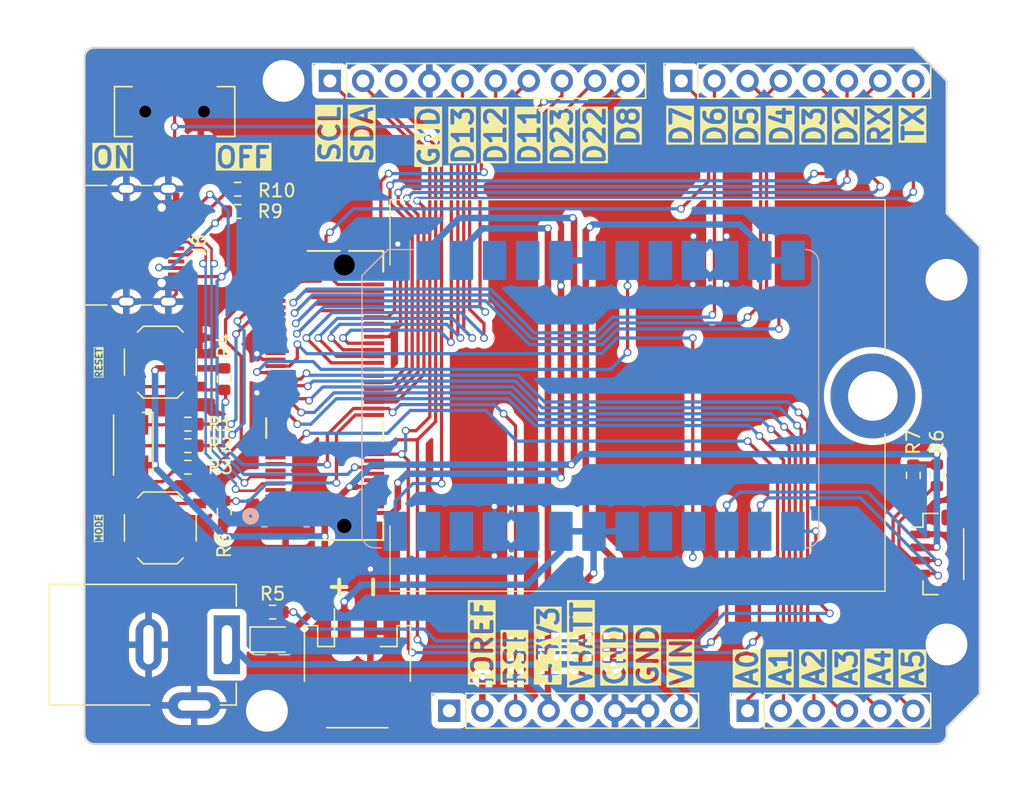
<source format=kicad_pcb>
(kicad_pcb (version 20240108) (generator "pcbnew") (generator_version "8.0")
  (title_block (date "mar. 31 mars 2015"))
  (layers (0 "F.Cu" signal) (31 "B.Cu" signal) (34 "B.Paste" user) (35 "F.Paste" user) (36 "B.SilkS" user "B.Silkscreen") (37 "F.SilkS" user "F.Silkscreen") (38 "B.Mask" user) (39 "F.Mask" user) (44 "Edge.Cuts" user))
  (net 0 "")
  (net 1 "GND")
  (net 3 "~{RESET}")
  (net 4 "+3V3_AUX")
  (net 5 "D23")
  (net 6 "SCK{slash}D13")
  (net 7 "MISO{slash}D11")
  (net 9 "D22")
  (net 10 "CS{slash}D8")
  (net 11 "MOSI{slash}D12")
  (net 12 "A5")
  (net 13 "A2")
  (net 14 "A3")
  (net 15 "A4")
  (net 16 "A0")
  (net 17 "A1")
  (net 18 "SERIAL1_TX")
  (net 19 "D3{slash}SERIAL1_RTS")
  (net 20 "D2{slash}SERIAL1_CTS")
  (net 21 "D6")
  (net 22 "D5")
  (net 23 "D4")
  (net 24 "D7")
  (net 25 "SERIAL1_RX")
  (net 26 "+3V3")
  (net 27 "Net-(D2-K)")
  (net 28 "~{MODE}")
  (net 30 "VIN")
  (net 31 "SDA")
  (net 33 "SCL")
  (net 34 "Net-(U1-RED)")
  (net 35 "Net-(U1-GREEN)")
  (net 36 "Net-(U1-BLUE)")
  (net 37 "EN_AUX")
  (net 38 "Net-(U2-CHG)")
  (net 41 "+3V9")
  (net 42 "~{FUEL_INT}")
  (net 43 "VUSB")
  (net 49 "USB_D_P")
  (net 51 "USB_D_N")
  (net 62 "VBATT")
  (net 64 "Net-(J8-CC1)")
  (net 65 "Net-(J8-CC2)")
  (net 69 "SYS_PWR_EN")
  (net 76 "LED_G")
  (net 77 "LED_R")
  (net 78 "LED_B")
  (footprint "Connector_PinSocket_2.54mm:PinSocket_1x08_P2.54mm_Vertical" (layer "F.Cu") (at 127.94 97.46 90)
    (property "Reference" "J1" (hide yes))
    (property "Value" "1x08")
  )
  (footprint "Connector_PinSocket_2.54mm:PinSocket_1x06_P2.54mm_Vertical" (layer "F.Cu") (at 150.8 97.46 90)
    (property "Reference" "J3" (hide yes))
    (property "Value" "1x06")
  )
  (footprint "Connector_PinSocket_2.54mm:PinSocket_1x10_P2.54mm_Vertical" (layer "F.Cu") (at 118.796 49.2 90)
    (property "Reference" "J2" (hide yes))
    (property "Value" "1x10")
  )
  (footprint "Connector_PinSocket_2.54mm:PinSocket_1x08_P2.54mm_Vertical" (layer "F.Cu") (at 145.72 49.2 90)
    (property "Reference" "J4" (hide yes))
    (property "Value" "1x08")
  )
  (footprint "Resistor_SMD:R_0603_1608Metric" (layer "F.Cu") (at 110.7 72.05 90)
    (property "Reference" "R4")
    (property "Value" "10k" (hide yes))
  )
  (footprint "Resistor_SMD:R_0603_1608Metric" (layer "F.Cu") (at 107.905 75.5 180)
    (property "Reference" "R1")
    (property "Value" "1k" (hide yes))
  )
  (footprint "Somduino_Footprints:SW_Push_1P1T_XKB_TS-1187A" (layer "F.Cu") (at 105.8 83.45)
    (property "Reference" "SW1" (hide yes))
    (property "Value" "SW_Push" (hide yes))
  )
  (footprint "Resistor_SMD:R_0603_1608Metric" (layer "F.Cu") (at 114.4 89.9 180)
    (property "Reference" "R5")
    (property "Value" "1k" (hide yes))
  )
  (footprint "Connector_JST:JST_PH_S2B-PH-SM4-TB_1x02-1MP_P2.00mm_Horizontal" (layer "F.Cu") (at 120.9 94.25)
    (property "Reference" "J6" (hide yes))
    (property "Value" "Conn_01x02" (hide yes))
  )
  (footprint "Somduino_Footprints:LED_RGB_Wuerth-PLCC4_3.2x2.8mm_150141M173100" (layer "F.Cu") (at 103.73 77.1 -90)
    (property "Reference" "D1" (hide yes))
    (property "Value" "LED_RGB" (hide yes))
  )
  (footprint "Arduino_MountingHole:MountingHole_3.2mm" (layer "F.Cu") (at 115.24 49.2)
    (property "Reference" "MH1" (hide yes))
    (property "Value" "MountingHole_3.2mm" (hide yes))
  )
  (footprint "Somduino_Footprints:DC-005-A200" (layer "F.Cu") (at 97.4 92.4)
    (property "Reference" "J5" (hide yes))
    (property "Value" "Barrel_Jack_Switch" (hide yes))
  )
  (footprint "Resistor_SMD:R_0603_1608Metric" (layer "F.Cu") (at 110.7 82.2 -90)
    (property "Reference" "R8")
    (property "Value" "10k" (hide yes))
  )
  (footprint "Somduino_Footprints:SoM_M2_Connector" (layer "F.Cu") (at 118.4 73.3 -90)
    (property "Reference" "U1" (hide yes))
    (property "Value" "BSoM404" (hide yes))
  )
  (footprint "Resistor_SMD:R_0603_1608Metric" (layer "F.Cu") (at 111.725 57.5)
    (property "Reference" "R10")
    (property "Value" "5.1k" (hide yes))
  )
  (footprint "Resistor_SMD:R_0603_1608Metric" (layer "F.Cu") (at 107.905 77.15 180)
    (property "Reference" "R2")
    (property "Value" "1k" (hide yes))
  )
  (footprint "Somduino_Footprints:G-Swtich_SW_DPDT" (layer "F.Cu") (at 106.9 51.55 180)
    (property "Reference" "SW3" (hide yes))
    (property "Value" "G_Switch_DPDT" (hide yes))
  )
  (footprint "Somduino_Footprints:SoM_SMD_ThreadedStandoff" (layer "F.Cu") (at 160.4 73.34)
    (property "Reference" "H1" (hide yes))
    (property "Value" "MountingHole_Pad" (hide yes))
  )
  (footprint "Resistor_SMD:R_0603_1608Metric" (layer "F.Cu") (at 165.3 79.425 90)
    (property "Reference" "R6")
    (property "Value" "4.7k" (hide yes))
  )
  (footprint "Resistor_SMD:R_0603_1608Metric" (layer "F.Cu") (at 111.725 59.2)
    (property "Reference" "R9")
    (property "Value" "5.1k" (hide yes))
  )
  (footprint "Somduino_Footprints:SW_Push_1P1T_XKB_TS-1187A" (layer "F.Cu") (at 105.8 70.75 180)
    (property "Reference" "SW2" (hide yes))
    (property "Value" "SW_Push" (hide yes))
  )
  (footprint "Arduino_MountingHole:MountingHole_3.2mm" (layer "F.Cu") (at 113.97 97.46)
    (property "Reference" "MH2" (hide yes))
    (property "Value" "MountingHole_3.2mm" (hide yes))
  )
  (footprint "Somduino_Footprints:USB_C_Receptacle_G-Switch_GT-USB-7010i" (layer "F.Cu") (at 103.295 61.79 -90)
    (property "Reference" "J8")
    (property "Value" "USB_C_Receptacle_USB2.0_16P" (hide yes))
  )
  (footprint "Arduino_MountingHole:MountingHole_3.2mm" (layer "F.Cu") (at 166.04 64.44)
    (property "Reference" "MH3" (hide yes))
    (property "Value" "MountingHole_3.2mm" (hide yes))
  )
  (footprint "LED_SMD:LED_0805_2012Metric" (layer "F.Cu") (at 114.3625 92)
    (property "Reference" "D2" (hide yes))
    (property "Value" "LED" (hide yes))
  )
  (footprint "Arduino_MountingHole:MountingHole_3.2mm" (layer "F.Cu") (at 166.04 92.38)
    (property "Reference" "MH4" (hide yes))
    (property "Value" "MountingHole_3.2mm" (hide yes))
  )
  (footprint "Resistor_SMD:R_0603_1608Metric" (layer "F.Cu") (at 107.905 78.8 180)
    (property "Reference" "R3")
    (property "Value" "1k" (hide yes))
  )
  (footprint "Resistor_SMD:R_0603_1608Metric" (layer "F.Cu") (at 163.5 79.425 90)
    (property "Reference" "R7")
    (property "Value" "4.7k" (hide yes))
  )
  (footprint "Connector_JST:JST_SH_BM04B-SRSS-TB_1x04-1MP_P1.00mm_Vertical" (layer "F.Cu") (at 165.35 85.45 -90)
    (property "Reference" "J7" (hide yes))
    (property "Value" "Conn_01x04" (hide yes))
  )
  (footprint "Somduino_Footprints:ParticlePowerModuleSMD" (layer "B.Cu") (at 126.33279 63.17 -90)
    (property "Reference" "U2" (hide yes))
    (property "Value" "PM-BAT")
  )
  (gr_line (start 166.04 59.36) (end 168.58 61.9) (stroke (width 0.15)) (layer "Edge.Cuts"))
  (gr_line (start 100 99.238) (end 100 47.422) (stroke (width 0.15)) (layer "Edge.Cuts"))
  (gr_line (start 168.58 61.9) (end 168.58 96.19) (stroke (width 0.15)) (layer "Edge.Cuts"))
  (gr_line (start 165.278 100) (end 100.762 100) (stroke (width 0.15)) (layer "Edge.Cuts"))
  (gr_line (start 100.762 46.66) (end 163.5 46.66) (stroke (width 0.15)) (layer "Edge.Cuts"))
  (gr_arc (start 100.762 100) (mid 100.223185 99.776815) (end 100 99.238) (stroke (width 0.15)) (layer "Edge.Cuts"))
  (gr_line (start 168.58 96.19) (end 166.04 98.73) (stroke (width 0.15)) (layer "Edge.Cuts"))
  (gr_line (start 163.5 46.66) (end 166.04 49.2) (stroke (width 0.15)) (layer "Edge.Cuts"))
  (gr_arc (start 166.04 99.238) (mid 165.816815 99.776815) (end 165.278 100) (stroke (width 0.15)) (layer "Edge.Cuts"))
  (gr_line (start 166.04 49.2) (end 166.04 59.36) (stroke (width 0.15)) (layer "Edge.Cuts"))
  (gr_line (start 166.04 98.73) (end 166.04 99.238) (stroke (width 0.15)) (layer "Edge.Cuts"))
  (gr_arc (start 100 47.422) (mid 100.223185 46.883185) (end 100.762 46.66) (stroke (width 0.15)) (layer "Edge.Cuts"))
  (gr_text "SCL" (at 118.796 51 90) (layer "F.SilkS" knockout) (effects (font (size 1.5 1.5) (thickness 0.3) (bold yes)) (justify right)))
  (gr_text "GND" (at 140.64 95.7 90) (layer "F.SilkS" knockout) (effects (font (size 1.5 1.5) (thickness 0.3) (bold yes)) (justify left)))
  (gr_text "A4" (at 160.96 95.7 90) (layer "F.SilkS" knockout) (effects (font (size 1.5 1.5) (thickness 0.3) (bold yes)) (justify left)))
  (gr_text "D22" (at 139.104 51 90) (layer "F.SilkS" knockout) (effects (font (size 1.5 1.5) (thickness 0.3) (bold yes)) (justify right)))
  (gr_text "TX" (at 163.5 51 90) (layer "F.SilkS" knockout) (effects (font (size 1.5 1.5) (thickness 0.3) (bold yes)) (justify right)))
  (gr_text "MODE" (at 101.1 83.5 90) (layer "F.SilkS" knockout) (effects (font (size 0.5 0.5) (thickness 0.125) (bold yes))))
  (gr_text "A2" (at 155.88 95.7 90) (layer "F.SilkS" knockout) (effects (font (size 1.5 1.5) (thickness 0.3) (bold yes)) (justify left)))
  (gr_text "D4" (at 153.4 51 90) (layer "F.SilkS" knockout) (effects (font (size 1.5 1.5) (thickness 0.3) (bold yes)) (justify right)))
  (gr_text "A0" (at 150.8 95.7 90) (layer "F.SilkS" knockout) (effects (font (size 1.5 1.5) (thickness 0.3) (bold yes)) (justify left)))
  (gr_text "-" (at 122 89.1 90) (layer "F.SilkS") (effects (font (size 1.5 1.5) (thickness 0.3) (bold yes)) (justify left)))
  (gr_text "GND" (at 143.18 95.7 90) (layer "F.SilkS" knockout) (effects (font (size 1.5 1.5) (thickness 0.3) (bold yes)) (justify left)))
  (gr_text "D6" (at 148.3 51 90) (layer "F.SilkS" knockout) (effects (font (size 1.5 1.5) (thickness 0.3) (bold yes)) (justify right)))
  (gr_text "RESET" (at 101.1 70.8 90) (layer "F.SilkS" knockout) (effects (font (size 0.5 0.5) (thickness 0.125) (bold yes))))
  (gr_text "IOREF" (at 130.5 95.7 90) (layer "F.SilkS" knockout) (effects (font (size 1.5 1.5) (thickness 0.3) (bold yes)) (justify left)))
  (gr_text "D2" (at 158.4 51 90) (layer "F.SilkS" knockout) (effects (font (size 1.5 1.5) (thickness 0.3) (bold yes)) (justify right)))
  (gr_text "OFF" (at 109.88 55.08 0) (layer "F.SilkS" knockout) (effects (font (size 1.5 1.5) (thickness 0.3) (bold yes)) (justify left)))
  (gr_text "+" (at 119.4 89.1 90) (layer "F.SilkS") (effects (font (size 1.5 1.5) (thickness 0.3) (bold yes)) (justify left)))
  (gr_text "D13" (at 129 51 90) (layer "F.SilkS" knockout) (effects (font (size 1.5 1.5) (thickness 0.3) (bold yes)) (justify right)))
  (gr_text "RST" (at 133 95.7 90) (layer "F.SilkS" knockout) (effects (font (size 1.5 1.5) (thickness 0.3) (bold yes)) (justify left)))
  (gr_text "A3" (at 158.42 95.7 90) (layer "F.SilkS" knockout) (effects (font (size 1.5 1.5) (thickness 0.3) (bold yes)) (justify left)))
  (gr_text "A5" (at 163.5 95.7 90) (layer "F.SilkS" knockout) (effects (font (size 1.5 1.5) (thickness 0.3) (bold yes)) (justify left)))
  (gr_text "+3V3" (at 135.56 95.7 90) (layer "F.SilkS" knockout) (effects (font (size 1.5 1.5) (thickness 0.3) (bold yes)) (justify left)))
  (gr_text "D3" (at 155.9 51 90) (layer "F.SilkS" knockout) (effects (font (size 1.5 1.5) (thickness 0.3) (bold yes)) (justify right)))
  (gr_text "VIN" (at 145.72 95.7 90) (layer "F.SilkS" knockout) (effects (font (size 1.5 1.5) (thickness 0.3) (bold yes)) (justify left)))
  (gr_text "D11" (at 134.1 51 90) (layer "F.SilkS" knockout) (effects (font (size 1.5 1.5) (thickness 0.3) (bold yes)) (justify right)))
  (gr_text "VBATT" (at 138.1 95.7 90) (layer "F.SilkS" knockout) (effects (font (size 1.5 1.5) (thickness 0.3) (bold yes)) (justify left)))
  (gr_text "D8" (at 141.704 51 90) (layer "F.SilkS" knockout) (effects (font (size 1.5 1.5) (thickness 0.3) (bold yes)) (justify right)))
  (gr_text "A1" (at 153.34 95.7 90) (layer "F.SilkS" knockout) (effects (font (size 1.5 1.5) (thickness 0.3) (bold yes)) (justify left)))
  (gr_text "D12" (at 131.5 51 90) (layer "F.SilkS" knockout) (effects (font (size 1.5 1.5) (thickness 0.3) (bold yes)) (justify right)))
  (gr_text "D5" (at 150.8 51 90) (layer "F.SilkS" knockout) (effects (font (size 1.5 1.5) (thickness 0.3) (bold yes)) (justify right)))
  (gr_text "D23" (at 136.6 51 90) (layer "F.SilkS" knockout) (effects (font (size 1.5 1.5) (thickness 0.3) (bold yes)) (justify right)))
  (gr_text "GND" (at 126.4 51 90) (layer "F.SilkS" knockout) (effects (font (size 1.5 1.5) (thickness 0.3) (bold yes)) (justify right)))
  (gr_text "ON" (at 103.96 55.08 0) (layer "F.SilkS" knockout) (effects (font (size 1.5 1.5) (thickness 0.3) (bold yes)) (justify right)))
  (gr_text "SDA" (at 121.3 51 90) (layer "F.SilkS" knockout) (effects (font (size 1.5 1.5) (thickness 0.3) (bold yes)) (justify right)))
  (gr_text "D7" (at 145.7 51 90) (layer "F.SilkS" knockout) (effects (font (size 1.5 1.5) (thickness 0.3) (bold yes)) (justify right)))
  (gr_text "RX" (at 160.9 51 90) (layer "F.SilkS" knockout) (effects (font (size 1.5 1.5) (thickness 0.3) (bold yes)) (justify right)))
  (segment (start 124.2 61.9) (end 124 61.7) (width 0.25) (layer "F.Cu") (net 1))
  (segment (start 124.2 64.7) (end 124.2 64.45) (width 0.25) (layer "F.Cu") (net 1))
  (segment (start 113.65 70.55) (end 113.2 70.1) (width 0.25) (layer "F.Cu") (net 1))
  (segment (start 124.2 67.9) (end 124.2 64.7) (width 0.25) (layer "F.Cu") (net 1))
  (segment (start 107.02 58.07) (end 106.42 57.47) (width 0.25) (layer "F.Cu") (net 1))
  (segment (start 114.6247 73.05) (end 113.25 73.05) (width 0.25) (layer "F.Cu") (net 1))
  (segment (start 107.02 64.99) (end 107.02 65.51) (width 0.25) (layer "F.Cu") (net 1))
  (segment (start 114.6247 80.55) (end 114.6247 82.549999) (width 0.25) (layer "F.Cu") (net 1))
  (segment (start 114.6247 70.55) (end 113.65 70.55) (width 0.25) (layer "F.Cu") (net 1))
  (segment (start 123.3 68.8) (end 124.2 67.9) (width 0.25) (layer "F.Cu") (net 1))
  (segment (start 124.2 64.7) (end 124.2 61.9) (width 0.25) (layer "F.Cu") (net 1))
  (segment (start 121.9 91.4) (end 121.9 86.6) (width 0.5) (layer "F.Cu") (net 1))
  (segment (start 113.25 73.05) (end 113.2 73.1) (width 0.25) (layer "F.Cu") (net 1))
  (segment (start 122.174702 68.8) (end 123.3 68.8) (width 0.25) (layer "F.Cu") (net 1))
  (segment (start 107.02 65.51) (end 106.42 66.11) (width 0.25) (layer "F.Cu") (net 1))
  (segment (start 107.02 58.59) (end 107.02 58.07) (width 0.25) (layer "F.Cu") (net 1))
  (via (at 149.19279 61.1) (size 0.6) (drill 0.4) (layers "F.Cu" "B.Cu") (net 1))
  (via (at 146.6 64.8) (size 0.6) (drill 0.4) (layers "F.Cu" "B.Cu") (net 1))
  (via (at 121.9 86.6) (size 0.6) (drill 0.4) (layers "F.Cu" "B.Cu") (net 1))
  (via (at 131.4 81.8) (size 0.6) (drill 0.4) (layers "F.Cu" "B.Cu") (net 1))
  (via (at 149.2 64.8) (size 0.6) (drill 0.4) (layers "F.Cu" "B.Cu") (net 1))
  (via (at 146.65279 61.1) (size 0.6) (drill 0.4) (layers "F.Cu" "B.Cu") (net 1))
  (via (at 113.2 70.1) (size 0.6) (drill 0.4) (layers "F.Cu" "B.Cu") (net 1))
  (via (at 113.2 73.1) (size 0.6) (drill 0.4) (layers "F.Cu" "B.Cu") (net 1))
  (via (at 131.4 85.6) (size 0.6) (drill 0.4) (layers "F.Cu" "B.Cu") (net 1))
  (via (at 124 61.7) (size 0.6) (drill 0.4) (layers "F.Cu" "B.Cu") (net 1))
  (segment (start 146.65279 62.95) (end 146.65279 64.74721) (width 0.25) (layer "B.Cu") (net 1))
  (segment (start 149.19279 62.95) (end 149.19279 64.79279) (width 0.25) (layer "B.Cu") (net 1))
  (segment (start 131.41279 81.81279) (end 131.41279 83.71) (width 0.25) (layer "B.Cu") (net 1))
  (segment (start 146.65279 64.74721) (end 146.6 64.8) (width 0.25) (layer "B.Cu") (net 1))
  (segment (start 146.65279 61.1) (end 146.65279 62.95) (width 0.25) (layer "B.Cu") (net 1))
  (segment (start 131.4 81.8) (end 131.41279 81.81279) (width 0.25) (layer "B.Cu") (net 1))
  (segment (start 149.19279 64.79279) (end 149.2 64.8) (width 0.25) (layer "B.Cu") (net 1))
  (segment (start 131.4 85.6) (end 131.41279 85.58721) (width 0.25) (layer "B.Cu") (net 1))
  (segment (start 131.41279 85.58721) (end 131.41279 83.71) (width 0.25) (layer "B.Cu") (net 1))
  (segment (start 149.19279 61.1) (end 149.19279 62.95) (width 0.25) (layer "B.Cu") (net 1))
  (segment (start 110.7 72.875) (end 109.05 72.875) (width 0.25) (layer "F.Cu") (net 3))
  (segment (start 109.05 72.875) (end 108.8 72.625) (width 0.25) (layer "F.Cu") (net 3))
  (segment (start 133.02 75.62) (end 132.1 74.7) (width 0.25) (layer "F.Cu") (net 3))
  (segment (start 123.3 74.3) (end 122.174702 74.3) (width 0.25) (layer "F.Cu") (net 3))
  (segment (start 118.6 76.3) (end 118.6 78.6) (width 0.25) (layer "F.Cu") (net 3))
  (segment (start 133.02 97.46) (end 133.02 75.62) (width 0.25) (layer "F.Cu") (net 3))
  (segment (start 110.8 73.8) (end 110.8 72.975) (width 0.25) (layer "F.Cu") (net 3))
  (segment (start 102.8 72.625) (end 108.8 72.625) (width 0.25) (layer "F.Cu") (net 3))
  (segment (start 120.6 74.3) (end 118.6 76.3) (width 0.25) (layer "F.Cu") (net 3))
  (segment (start 122.174702 74.3) (end 120.6 74.3) (width 0.25) (layer "F.Cu") (net 3))
  (segment (start 123.6 74.6) (end 123.3 74.3) (width 0.25) (layer "F.Cu") (net 3))
  (segment (start 110.8 72.975) (end 110.7 72.875) (width 0.25) (layer "F.Cu") (net 3))
  (via (at 132.1 74.7) (size 0.6) (drill 0.4) (layers "F.Cu" "B.Cu") (net 3))
  (via (at 118.6 78.6) (size 0.6) (drill 0.4) (layers "F.Cu" "B.Cu") (net 3))
  (via (at 123.6 74.6) (size 0.6) (drill 0.4) (layers "F.Cu" "B.Cu") (net 3))
  (via (at 110.8 73.8) (size 0.6) (drill 0.4) (layers "F.Cu" "B.Cu") (net 3))
  (segment (start 112.1 78.6) (end 118.6 78.6) (width 0.25) (layer "B.Cu") (net 3))
  (segment (start 110.8 73.8) (end 110.600001 73.999999) (width 0.25) (layer "B.Cu") (net 3))
  (segment (start 131.4 74) (end 132.1 74.7) (width 0.25) (layer "B.Cu") (net 3))
  (segment (start 124.2 74) (end 131.4 74) (width 0.25) (layer "B.Cu") (net 3))
  (segment (start 110.600001 77.100001) (end 112.1 78.6) (width 0.25) (layer "B.Cu") (net 3))
  (segment (start 123.6 74.6) (end 124.2 74) (width 0.25) (layer "B.Cu") (net 3))
  (segment (start 110.600001 73.999999) (end 110.600001 77.100001) (width 0.25) (layer "B.Cu") (net 3))
  (segment (start 135.56 97.46) (end 135.5 97.4) (width 0.5) (layer "F.Cu") (net 4))
  (segment (start 130.48 97.46) (end 130.48 94.92) (width 0.5) (layer "F.Cu") (net 4))
  (segment (start 135.5 97.4) (end 135.5 60.5) (width 0.5) (layer "F.Cu") (net 4))
  (segment (start 130.48 94.92) (end 130.5 94.9) (width 0.5) (layer "F.Cu") (net 4))
  (via (at 130.5 94.9) (size 0.6) (drill 0.4) (layers "F.Cu" "B.Cu") (net 4))
  (via (at 135.5 60.5) (size 0.6) (drill 0.4) (layers "F.Cu" "B.Cu") (net 4))
  (segment (start 128.87279 62.12721) (end 128.87279 62.95) (width 0.5) (layer "B.Cu") (net 4))
  (segment (start 135.5 60.5) (end 130.5 60.5) (width 0.5) (layer "B.Cu") (net 4))
  (segment (start 135.56 97.46) (end 135.56 96.56) (width 0.5) (layer "B.Cu") (net 4))
  (segment (start 135.56 96.56) (end 133.9 94.9) (width 0.5) (layer "B.Cu") (net 4))
  (segment (start 128.87279 62.95) (end 128.87279 63.87279) (width 0.5) (layer "B.Cu") (net 4))
  (segment (start 133.9 94.9) (end 130.5 94.9) (width 0.5) (layer "B.Cu") (net 4))
  (segment (start 130.5 60.5) (end 128.87279 62.12721) (width 0.5) (layer "B.Cu") (net 4))
  (segment (start 132.072594 52.436198) (end 134.463802 52.436198) (width 0.25) (layer "F.Cu") (net 5))
  (segment (start 134.463802 52.436198) (end 136.576 50.324) (width 0.25) (layer "F.Cu") (net 5))
  (segment (start 129.95 58) (end 129.95 54.558792) (width 0.25) (layer "F.Cu") (net 5))
  (segment (start 116.264277 68.575795) (end 118.040073 66.799999) (width 0.25) (layer "F.Cu") (net 5))
  (segment (start 130.3 58.35) (end 129.95 58) (width 0.25) (layer "F.Cu") (net 5))
  (segment (start 130.3 66.5) (end 130.3 58.35) (width 0.25) (layer "F.Cu") (net 5))
  (segment (start 129.95 54.558792) (end 132.072594 52.436198) (width 0.25) (layer "F.Cu") (net 5))
  (segment (start 130.7 66.9) (end 130.3 66.5) (width 0.25) (layer "F.Cu") (net 5))
  (segment (start 136.576 50.324) (end 136.576 49.2) (width 0.25) (layer "F.Cu") (net 5))
  (segment (start 118.040073 66.799999) (end 122.174702 66.799999) (width 0.25) (layer "F.Cu") (net 5))
  (via (at 130.7 66.9) (size 0.6) (drill 0.4) (layers "F.Cu" "B.Cu") (net 5))
  (via (at 116.264277 68.575795) (size 0.6) (drill 0.4) (layers "F.Cu" "B.Cu") (net 5))
  (segment (start 130.3 66.5) (end 130.7 66.9) (width 0.25) (layer "B.Cu") (net 5))
  (segment (start 116.264277 68.575795) (end 118.340072 66.5) (width 0.25) (layer "B.Cu") (net 5))
  (segment (start 118.340072 66.5) (end 130.3 66.5) (width 0.25) (layer "B.Cu") (net 5))
  (segment (start 122.174702 69.299999) (end 120.199999 69.299999) (width 0.25) (layer "F.Cu") (net 6))
  (segment (start 120.199999 69.299999) (end 119.8 68.9) (width 0.25) (layer "F.Cu") (net 6))
  (segment (start 128.068988 69.225) (end 128.1 69.193988) (width 0.25) (layer "F.Cu") (net 6))
  (segment (start 128.1 53.863208) (end 128.956 53.007208) (width 0.25) (layer "F.Cu") (net 6))
  (segment (start 128.1 69.193988) (end 128.1 53.863208) (width 0.25) (layer "F.Cu") (net 6))
  (segment (start 128.956 53.007208) (end 128.956 49.2) (width 0.25) (layer "F.Cu") (net 6))
  (via (at 119.8 68.9) (size 0.6) (drill 0.4) (layers "F.Cu" "B.Cu") (net 6))
  (via (at 128.068988 69.225) (size 0.6) (drill 0.4) (layers "F.Cu" "B.Cu") (net 6))
  (segment (start 128.068988 69.225) (end 127.143988 68.3) (width 0.25) (layer "B.Cu") (net 6))
  (segment (start 120.4 68.3) (end 119.8 68.9) (width 0.25) (layer "B.Cu") (net 6))
  (segment (start 127.143988 68.3) (end 120.4 68.3) (width 0.25) (layer "B.Cu") (net 6))
  (segment (start 119.3 70.3) (end 117.9 68.9) (width 0.25) (layer "F.Cu") (net 7))
  (segment (start 129.05 54.186) (end 134.036 49.2) (width 0.25) (layer "F.Cu") (net 7))
  (segment (start 122.174702 70.3) (end 119.3 70.3) (width 0.25) (layer "F.Cu") (net 7))
  (segment (start 129.7 68.9) (end 129.05 68.25) (width 0.25) (layer "F.Cu") (net 7))
  (segment (start 129.05 68.25) (end 129.05 54.186) (width 0.25) (layer "F.Cu") (net 7))
  (via (at 129.7 68.9) (size 0.6) (drill 0.4) (layers "F.Cu" "B.Cu") (net 7))
  (via (at 117.9 68.9) (size 0.6) (drill 0.4) (layers "F.Cu" "B.Cu") (net 7))
  (segment (start 119.363604 67.4) (end 117.9 68.863604) (width 0.25) (layer "B.Cu") (net 7))
  (segment (start 128.2 67.4) (end 119.363604 67.4) (width 0.25) (layer "B.Cu") (net 7))
  (segment (start 117.9 68.863604) (end 117.9 68.9) (width 0.25) (layer "B.Cu") (net 7))
  (segment (start 129.7 68.9) (end 128.2 67.4) (width 0.25) (layer "B.Cu") (net 7))
  (segment (start 130.4 54.745188) (end 132.25899 52.886198) (width 0.25) (layer "F.Cu") (net 9))
  (segment (start 135.429802 52.886198) (end 139.116 49.2) (width 0.25) (layer "F.Cu") (net 9))
  (segment (start 122.7 61.8) (end 122.7 56.9) (width 0.25) (layer "F.Cu") (net 9))
  (segment (start 123.75 66.801801) (end 123.75 62.85) (width 0.25) (layer "F.Cu") (net 9))
  (segment (start 130.4 54.745188) (end 130.4 56) (width 0.25) (layer "F.Cu") (net 9))
  (segment (start 132.25899 52.886198) (end 135.429802 52.886198) (width 0.25) (layer "F.Cu") (net 9))
  (segment (start 123.75 62.85) (end 122.7 61.8) (width 0.25) (layer "F.Cu") (net 9))
  (segment (start 122.7 56.9) (end 123.3 56.3) (width 0.25) (layer "F.Cu") (net 9))
  (segment (start 122.174702 67.300001) (end 123.2518 67.300001) (width 0.25) (layer "F.Cu") (net 9))
  (segment (start 130.4 56) (end 130.6 56.2) (width 0.25) (layer "F.Cu") (net 9))
  (segment (start 123.2518 67.300001) (end 123.75 66.801801) (width 0.25) (layer "F.Cu") (net 9))
  (via (at 130.6 56.2) (size 0.6) (drill 0.4) (layers "F.Cu" "B.Cu") (net 9))
  (via (at 123.3 56.3) (size 0.6) (drill 0.4) (layers "F.Cu" "B.Cu") (net 9))
  (segment (start 130.5 56.3) (end 130.6 56.2) (width 0.25) (layer "B.Cu") (net 9))
  (segment (start 123.3 56.3) (end 130.5 56.3) (width 0.25) (layer "B.Cu") (net 9))
  (segment (start 130.6 67.8) (end 130.6 68.9) (width 0.25) (layer "F.Cu") (net 10))
  (segment (start 129.5 54.372396) (end 129.5 66.7) (width 0.25) (layer "F.Cu") (net 10))
  (segment (start 122.174702 70.799999) (end 118.899999 70.799999) (width 0.25) (layer "F.Cu") (net 10))
  (segment (start 129.5 66.7) (end 130.6 67.8) (width 0.25) (layer "F.Cu") (net 10))
  (segment (start 118.899999 70.799999) (end 117 68.9) (width 0.25) (layer "F.Cu") (net 10))
  (segment (start 135.2 50.8) (end 134.013802 51.986198) (width 0.25) (layer "F.Cu") (net 10))
  (segment (start 131.886198 51.986198) (end 129.5 54.372396) (width 0.25) (layer "F.Cu") (net 10))
  (segment (start 134.013802 51.986198) (end 131.886198 51.986198) (width 0.25) (layer "F.Cu") (net 10))
  (via (at 130.6 68.9) (size 0.6) (drill 0.4) (layers "F.Cu" "B.Cu") (net 10))
  (via (at 135.2 50.8) (size 0.6) (drill 0.4) (layers "F.Cu" "B.Cu") (net 10))
  (via (at 117 68.9) (size 0.6) (drill 0.4) (layers "F.Cu" "B.Cu") (net 10))
  (segment (start 128.85 66.95) (end 118.95 66.95) (width 0.25) (layer "B.Cu") (net 10))
  (segment (start 130.6 68.9) (end 130.6 68.7) (width 0.25) (layer "B.Cu") (net 10))
  (segment (start 135.2 50.8) (end 140.056 50.8) (width 0.25) (layer "B.Cu") (net 10))
  (segment (start 140.056 50.8) (end 141.656 49.2) (width 0.25) (layer "B.Cu") (net 10))
  (segment (start 130.6 68.7) (end 128.85 66.95) (width 0.25) (layer "B.Cu") (net 10))
  (segment (start 118.95 66.95) (end 117 68.9) (width 0.25) (layer "B.Cu") (net 10))
  (segment (start 131.496 51.103604) (end 131.496 49.2) (width 0.25) (layer "F.Cu") (net 11))
  (segment (start 128.8 68.9) (end 128.6 68.7) (width 0.25) (layer "F.Cu") (net 11))
  (segment (start 119.800001 69.800001) (end 118.9 68.9) (width 0.25) (layer "F.Cu") (net 11))
  (segment (start 122.174702 69.800001) (end 119.800001 69.800001) (width 0.25) (layer "F.Cu") (net 11))
  (segment (start 128.6 53.999604) (end 131.496 51.103604) (width 0.25) (layer "F.Cu") (net 11))
  (segment (start 128.6 68.7) (end 128.6 53.999604) (width 0.25) (layer "F.Cu") (net 11))
  (via (at 118.9 68.9) (size 0.6) (drill 0.4) (layers "F.Cu" "B.Cu") (net 11))
  (via (at 128.8 68.9) (size 0.6) (drill 0.4) (layers "F.Cu" "B.Cu") (net 11))
  (segment (start 128.8 68.9) (end 127.75 67.85) (width 0.25) (layer "B.Cu") (net 11))
  (segment (start 127.75 67.85) (end 119.55 67.85) (width 0.25) (layer "B.Cu") (net 11))
  (segment (start 118.9 68.5) (end 118.9 68.9) (width 0.25) (layer "B.Cu") (net 11))
  (segment (start 119.55 67.85) (end 118.9 68.5) (width 0.25) (layer "B.Cu") (net 11))
  (segment (start 154.7 74.6) (end 155.4 75.3) (width 0.25) (layer "F.Cu") (net 12))
  (segment (start 155.4 75.3) (end 155.4 93.627208) (width 0.25) (layer "F.Cu") (net 12))
  (segment (start 156.722792 94.95) (end 160.99 94.95) (width 0.25) (layer "F.Cu") (net 12))
  (segment (start 160.99 94.95) (end 163.5 97.46) (width 0.25) (layer "F.Cu") (net 12))
  (segment (start 116.550001 72.049999) (end 114.6247 72.049999) (width 0.25) (layer "F.Cu") (net 12))
  (segment (start 117 71.6) (end 116.550001 72.049999) (width 0.25) (layer "F.Cu") (net 12))
  (segment (start 155.4 93.627208) (end 156.722792 94.95) (width 0.25) (layer "F.Cu") (net 12))
  (via (at 154.7 74.6) (size 0.6) (drill 0.4) (layers "F.Cu" "B.Cu") (net 12))
  (via (at 117 71.6) (size 0.6) (drill 0.4) (layers "F.Cu" "B.Cu") (net 12))
  (segment (start 153.9 73.8) (end 135.245584 73.8) (width 0.25) (layer "B.Cu") (net 12))
  (segment (start 117.15 71.75) (end 117 71.6) (width 0.25) (layer "B.Cu") (net 12))
  (segment (start 133.195584 71.75) (end 117.15 71.75) (width 0.25) (layer "B.Cu") (net 12))
  (segment (start 154.7 74.6) (end 153.9 73.8) (width 0.25) (layer "B.Cu") (net 12))
  (segment (start 135.245584 73.8) (end 133.195584 71.75) (width 0.25) (layer "B.Cu") (net 12))
  (segment (start 155.88 96.08) (end 155.88 97.46) (width 0.25) (layer "F.Cu") (net 13))
  (segment (start 114.6247 74.050001) (end 116.050001 74.050001) (width 0.25) (layer "F.Cu") (net 13))
  (segment (start 154 94.2) (end 155.88 96.08) (width 0.25) (layer "F.Cu") (net 13))
  (segment (start 116.050001 74.050001) (end 116.6 74.6) (width 0.25) (layer "F.Cu") (net 13))
  (segment (start 154 77.2) (end 154 94.2) (width 0.25) (layer "F.Cu") (net 13))
  (segment (start 152.6 75.9) (end 152.7 75.9) (width 0.25) (layer "F.Cu") (net 13))
  (segment (start 152.7 75.9) (end 154 77.2) (width 0.25) (layer "F.Cu") (net 13))
  (via (at 116.6 74.6) (size 0.6) (drill 0.4) (layers "F.Cu" "B.Cu") (net 13))
  (via (at 152.6 75.9) (size 0.6) (drill 0.4) (layers "F.Cu" "B.Cu") (net 13))
  (segment (start 117.6 74.6) (end 116.6 74.6) (width 0.25) (layer "B.Cu") (net 13))
  (segment (start 132.636396 73.1) (end 119.1 73.1) (width 0.25) (layer "B.Cu") (net 13))
  (segment (start 151.85 75.15) (end 134.686396 75.15) (width 0.25) (layer "B.Cu") (net 13))
  (segment (start 119.1 73.1) (end 117.6 74.6) (width 0.25) (layer "B.Cu") (net 13))
  (segment (start 152.6 75.9) (end 151.85 75.15) (width 0.25) (layer "B.Cu") (net 13))
  (segment (start 134.686396 75.15) (end 132.636396 73.1) (width 0.25) (layer "B.Cu") (net 13))
  (segment (start 154.45 76.55) (end 154.45 93.95) (width 0.25) (layer "F.Cu") (net 14))
  (segment (start 154.45 93.95) (end 157.96 97.46) (width 0.25) (layer "F.Cu") (net 14))
  (segment (start 117.2 73.7) (end 117.049999 73.549999) (width 0.25) (layer "F.Cu") (net 14))
  (segment (start 117.049999 73.549999) (end 114.6247 73.549999) (width 0.25) (layer "F.Cu") (net 14))
  (segment (start 157.96 97.46) (end 158.42 97.46) (width 0.25) (layer "F.Cu") (net 14))
  (segment (start 153.6 75.7) (end 154.45 76.55) (width 0.25) (layer "F.Cu") (net 14))
  (via (at 117.2 73.7) (size 0.6) (drill 0.4) (layers "F.Cu" "B.Cu") (net 14))
  (via (at 153.6 75.7) (size 0.6) (drill 0.4) (layers "F.Cu" "B.Cu") (net 14))
  (segment (start 152.6 74.7) (end 134.872792 74.7) (width 0.25) (layer "B.Cu") (net 14))
  (segment (start 153.6 75.7) (end 152.6 74.7) (width 0.25) (layer "B.Cu") (net 14))
  (segment (start 134.872792 74.7) (end 132.822792 72.65) (width 0.25) (layer "B.Cu") (net 14))
  (segment (start 132.822792 72.65) (end 118.25 72.65) (width 0.25) (layer "B.Cu") (net 14))
  (segment (start 118.25 72.65) (end 117.2 73.7) (width 0.25) (layer "B.Cu") (net 14))
  (segment (start 156.536396 95.4) (end 158.9 95.4) (width 0.25) (layer "F.Cu") (net 15))
  (segment (start 158.9 95.4) (end 160.96 97.46) (width 0.25) (layer "F.Cu") (net 15))
  (segment (start 154.9 75.9) (end 154.9 93.763604) (width 0.25) (layer "F.Cu") (net 15))
  (segment (start 117.050001 72.550001) (end 117.1 72.6) (width 0.25) (layer "F.Cu") (net 15))
  (segment (start 114.6247 72.550001) (end 117.050001 72.550001) (width 0.25) (layer "F.Cu") (net 15))
  (segment (start 154.9 93.763604) (end 156.536396 95.4) (width 0.25) (layer "F.Cu") (net 15))
  (segment (start 154.6 75.6) (end 154.9 75.9) (width 0.25) (layer "F.Cu") (net 15))
  (via (at 117.1 72.6) (size 0.6) (drill 0.4) (layers "F.Cu" "B.Cu") (net 15))
  (via (at 154.6 75.6) (size 0.6) (drill 0.4) (layers "F.Cu" "B.Cu") (net 15))
  (segment (start 117.5 72.2) (end 117.1 72.6) (width 0.25) (layer "B.Cu") (net 15))
  (segment (start 153.25 74.25) (end 135.059188 74.25) (width 0.25) (layer "B.Cu") (net 15))
  (segment (start 133.009188 72.2) (end 117.5 72.2) (width 0.25) (layer "B.Cu") (net 15))
  (segment (start 135.059188 74.25) (end 133.009188 72.2) (width 0.25) (layer "B.Cu") (net 15))
  (segment (start 154.6 75.6) (end 153.25 74.25) (width 0.25) (layer "B.Cu") (net 15))
  (segment (start 150.8 96.6) (end 150.8 97.46) (width 0.25) (layer "F.Cu") (net 16))
  (segment (start 153.1 79.1) (end 153.1 94.3) (width 0.25) (layer "F.Cu") (net 16))
  (segment (start 153.1 94.3) (end 150.8 96.6) (width 0.25) (layer "F.Cu") (net 16))
  (segment (start 150.8 76.8) (end 153.1 79.1) (width 0.25) (layer "F.Cu") (net 16))
  (segment (start 116.149999 77.050001) (end 117 76.2) (width 0.25) (layer "F.Cu") (net 16))
  (segment (start 114.6247 77.050001) (end 116.149999 77.050001) (width 0.25) (layer "F.Cu") (net 16))
  (via (at 117 76.2) (size 0.6) (drill 0.4) (layers "F.Cu" "B.Cu") (net 16))
  (via (at 150.8 76.8) (size 0.6) (drill 0.4) (layers "F.Cu" "B.Cu") (net 16))
  (segment (start 124.95 74.45) (end 130.75 74.45) (width 0.25) (layer "B.Cu") (net 16))
  (segment (start 117 76.2) (end 123.2 76.2) (width 0.25) (layer "B.Cu") (net 16))
  (segment (start 123.2 76.2) (end 124.95 74.45) (width 0.25) (layer "B.Cu") (net 16))
  (segment (start 130.75 74.45) (end 133.1 76.8) (width 0.25) (layer "B.Cu") (net 16))
  (segment (start 133.1 76.8) (end 150.8 76.8) (width 0.25) (layer "B.Cu") (net 16))
  (segment (start 153.34 97.46) (end 153.55 97.25) (width 0.25) (layer "F.Cu") (net 17))
  (segment (start 116.3 75.4) (end 115.45 74.55) (width 0.25) (layer "F.Cu") (net 17))
  (segment (start 153.55 78.25) (end 153.55 89.6) (width 0.25) (layer "F.Cu") (net 17))
  (segment (start 151.7 76.4) (end 153.55 78.25) (width 0.25) (layer "F.Cu") (net 17))
  (segment (start 116.3 75.5) (end 116.3 75.4) (width 0.25) (layer "F.Cu") (net 17))
  (segment (start 153.55 89.6) (end 153.55 89.895584) (width 0.25) (layer "F.Cu") (net 17))
  (segment (start 153.55 97.25) (end 153.55 89.6) (width 0.25) (layer "F.Cu") (net 17))
  (segment (start 115.45 74.55) (end 114.6247 74.55) (width 0.25) (layer "F.Cu") (net 17))
  (via (at 151.7 76.4) (size 0.6) (drill 0.4) (layers "F.Cu" "B.Cu") (net 17))
  (via (at 116.3 75.5) (size 0.6) (drill 0.4) (layers "F.Cu" "B.Cu") (net 17))
  (segment (start 132.45 73.55) (end 119.286396 73.55) (width 0.25) (layer "B.Cu") (net 17))
  (segment (start 151.7 76.4) (end 150.9 75.6) (width 0.25) (layer "B.Cu") (net 17))
  (segment (start 119.286396 73.55) (end 117.336396 75.5) (width 0.25) (layer "B.Cu") (net 17))
  (segment (start 117.336396 75.5) (end 116.3 75.5) (width 0.25) (layer "B.Cu") (net 17))
  (segment (start 134.5 75.6) (end 132.45 73.55) (width 0.25) (layer "B.Cu") (net 17))
  (segment (start 150.9 75.6) (end 134.5 75.6) (width 0.25) (layer "B.Cu") (net 17))
  (segment (start 122.174702 73.800001) (end 123.899999 73.800001) (width 0.25) (layer "F.Cu") (net 18))
  (segment (start 123.899999 73.800001) (end 126 71.7) (width 0.25) (layer "F.Cu") (net 18))
  (segment (start 126 58.9) (end 125.475 58.375) (width 0.25) (layer "F.Cu") (net 18))
  (segment (start 163.5 57.7) (end 163.5 49.2) (width 0.25) (layer "F.Cu") (net 18))
  (segment (start 126 71.7) (end 126 58.9) (width 0.25) (layer "F.Cu") (net 18))
  (via (at 163.5 57.7) (size 0.6) (drill 0.4) (layers "F.Cu" "B.Cu") (net 18))
  (via (at 125.475 58.375) (size 0.6) (drill 0.4) (layers "F.Cu" "B.Cu") (net 18))
  (segment (start 125.65 58.2) (end 125.475 58.375) (width 0.25) (layer "B.Cu") (net 18))
  (segment (start 163.5 57.7) (end 163 58.2) (width 0.25) (layer "B.Cu") (net 18))
  (segment (start 163 58.2) (end 125.65 58.2) (width 0.25) (layer "B.Cu") (net 18))
  (segment (start 123.4 58.572792) (end 123.4 57.2) (width 0.25) (layer "F.Cu") (net 19))
  (segment (start 122.174702 72.300001) (end 123.490811 72.300001) (width 0.25) (layer "F.Cu") (net 19))
  (segment (start 123.490811 72.300001) (end 124.65 71.140812) (width 0.25) (layer "F.Cu") (net 19))
  (segment (start 157.97 55.13) (end 157.97 51.29) (width 0.25) (layer "F.Cu") (net 19))
  (segment (start 155.9 56.3) (end 156.8 56.3) (width 0.25) (layer "F.Cu") (net 19))
  (segment (start 124.65 71.140812) (end 124.65 62.7) (width 0.25) (layer "F.Cu") (net 19))
  (segment (start 157.97 51.29) (end 155.88 49.2) (width 0.25) (layer "F.Cu") (net 19))
  (segment (start 124.65 59.822792) (end 124.013604 59.186396) (width 0.25) (layer "F.Cu") (net 19))
  (segment (start 124.65 62.7) (end 124.65 59.822792) (width 0.25) (layer "F.Cu") (net 19))
  (segment (start 124.013604 59.186396) (end 123.4 58.572792) (width 0.25) (layer "F.Cu") (net 19))
  (segment (start 156.8 56.3) (end 157.97 55.13) (width 0.25) (layer "F.Cu") (net 19))
  (via (at 155.9 56.3) (size 0.6) (drill 0.4) (layers "F.Cu" "B.Cu") (net 19))
  (via (at 123.4 57.2) (size 0.6) (drill 0.4) (layers "F.Cu" "B.Cu") (net 19))
  (segment (start 123.75 56.85) (end 125.5 56.85) (width 0.25) (layer "B.Cu") (net 19))
  (segment (start 125.5 56.85) (end 155.35 56.85) (width 0.25) (layer "B.Cu") (net 19))
  (segment (start 155.35 56.85) (end 155.9 56.3) (width 0.25) (layer "B.Cu") (net 19))
  (segment (start 123.4 57.2) (end 123.75 56.85) (width 0.25) (layer "B.Cu") (net 19))
  (segment (start 158.42 56.8) (end 158.42 49.2) (width 0.25) (layer "F.Cu") (net 20))
  (segment (start 122.174702 72.8) (end 123.627208 72.8) (width 0.25) (layer "F.Cu") (net 20))
  (segment (start 125.1 59.636396) (end 124.030223 58.566619) (width 0.25) (layer "F.Cu") (net 20))
  (segment (start 124.030223 58.566619) (end 124.030223 57.753205) (width 0.25) (layer "F.Cu") (net 20))
  (segment (start 123.627208 72.8) (end 125.1 71.327208) (width 0.25) (layer "F.Cu") (net 20))
  (segment (start 125.1 71.327208) (end 125.1 59.636396) (width 0.25) (layer "F.Cu") (net 20))
  (via (at 124.030223 57.753205) (size 0.6) (drill 0.4) (layers "F.Cu" "B.Cu") (net 20))
  (via (at 158.42 56.8) (size 0.6) (drill 0.4) (layers "F.Cu" "B.Cu") (net 20))
  (segment (start 158.42 56.8) (end 157.92 57.3) (width 0.25) (layer "B.Cu") (net 20))
  (segment (start 157.92 57.3) (end 124.483428 57.3) (width 0.25) (layer "B.Cu") (net 20))
  (segment (start 124.483428 57.3) (end 124.030223 57.753205) (width 0.25) (layer "B.Cu") (net 20))
  (segment (start 116.881166 65.3) (end 115.992246 66.18892) (width 0.25) (layer "F.Cu") (net 21))
  (segment (start 148.26 66.965) (end 148.26 49.2) (width 0.25) (layer "F.Cu") (net 21))
  (segment (start 122.174702 65.3) (end 116.881166 65.3) (width 0.25) (layer "F.Cu") (net 21))
  (segment (start 148.1 67.125) (end 148.26 66.965) (width 0.25) (layer "F.Cu") (net 21))
  (via (at 115.992246 66.18892) (size 0.6) (drill 0.4) (layers "F.Cu" "B.Cu") (net 21))
  (via (at 148.1 67.125) (size 0.6) (drill 0.4) (layers "F.Cu" "B.Cu") (net 21))
  (segment (start 148.1 67.125) (end 147.925 67.3) (width 0.25) (layer "B.Cu") (net 21))
  (segment (start 147.925 67.3) (end 140.463604 67.3) (width 0.25) (layer "B.Cu") (net 21))
  (segment (start 131.106676 65.15) (end 117.031166 65.15) (width 0.25) (layer "B.Cu") (net 21))
  (segment (start 134.456676 68.5) (end 131.106676 65.15) (width 0.25) (layer "B.Cu") (net 21))
  (segment (start 139.263604 68.5) (end 134.456676 68.5) (width 0.25) (layer "B.Cu") (net 21))
  (segment (start 140.463604 67.3) (end 139.263604 68.5) (width 0.25) (layer "B.Cu") (net 21))
  (segment (start 117.031166 65.15) (end 115.992246 66.18892) (width 0.25) (layer "B.Cu") (net 21))
  (segment (start 117.269266 65.799999) (end 116.085836 66.983429) (width 0.25) (layer "F.Cu") (net 22))
  (segment (start 151.8 66.3) (end 151.8 50.2) (width 0.25) (layer "F.Cu") (net 22))
  (segment (start 122.174702 65.799999) (end 117.269266 65.799999) (width 0.25) (layer "F.Cu") (net 22))
  (segment (start 150.8 67.3) (end 151.8 66.3) (width 0.25) (layer "F.Cu") (net 22))
  (segment (start 151.8 50.2) (end 150.8 49.2) (width 0.25) (layer "F.Cu") (net 22))
  (via (at 116.085836 66.983429) (size 0.6) (drill 0.4) (layers "F.Cu" "B.Cu") (net 22))
  (via (at 150.8 67.3) (size 0.6) (drill 0.4) (layers "F.Cu" "B.Cu") (net 22))
  (segment (start 116.085836 66.983429) (end 117.469265 65.6) (width 0.25) (layer "B.Cu") (net 22))
  (segment (start 130.92028 65.6) (end 134.27028 68.95) (width 0.25) (layer "B.Cu") (net 22))
  (segment (start 139.45 68.95) (end 140.65 67.75) (width 0.25) (layer "B.Cu") (net 22))
  (segment (start 134.27028 68.95) (end 139.45 68.95) (width 0.25) (layer "B.Cu") (net 22))
  (segment (start 117.469265 65.6) (end 130.92028 65.6) (width 0.25) (layer "B.Cu") (net 22))
  (segment (start 150.35 67.75) (end 150.8 67.3) (width 0.25) (layer "B.Cu") (net 22))
  (segment (start 140.65 67.75) (end 150.35 67.75) (width 0.25) (layer "B.Cu") (net 22))
  (segment (start 152.25 66.25) (end 152.25 50.29) (width 0.25) (layer "F.Cu") (net 23))
  (segment (start 152.25 50.29) (end 153.34 49.2) (width 0.25) (layer "F.Cu") (net 23))
  (segment (start 117.656188 66.3) (end 116.178094 67.778094) (width 0.25) (layer "F.Cu") (net 23))
  (segment (start 153.2 67.2) (end 152.25 66.25) (width 0.25) (layer "F.Cu") (net 23))
  (segment (start 122.174702 66.3) (end 117.656188 66.3) (width 0.25) (layer "F.Cu") (net 23))
  (segment (start 153.2 68.2) (end 153.2 67.2) (width 0.25) (layer "F.Cu") (net 23))
  (via (at 116.178094 67.778094) (size 0.6) (drill 0.4) (layers "F.Cu" "B.Cu") (net 23))
  (via (at 153.2 68.2) (size 0.6) (drill 0.4) (layers "F.Cu" "B.Cu") (net 23))
  (segment (start 140.863604 68.2) (end 139.663604 69.4) (width 0.25) (layer "B.Cu") (net 23))
  (segment (start 130.733884 66.05) (end 117.906188 66.05) (width 0.25) (layer "B.Cu") (net 23))
  (segment (start 117.906188 66.05) (end 116.178094 67.778094) (width 0.25) (layer "B.Cu") (net 23))
  (segment (start 139.663604 69.4) (end 134.083884 69.4) (width 0.25) (layer "B.Cu") (net 23))
  (segment (start 134.083884 69.4) (end 130.733884 66.05) (width 0.25) (layer "B.Cu") (net 23))
  (segment (start 153.2 68.2) (end 140.863604 68.2) (width 0.25) (layer "B.Cu") (net 23))
  (segment (start 145.7 59) (end 147.81 56.89) (width 0.25) (layer "F.Cu") (net 24))
  (segment (start 118.5 63.9) (end 118.5 61.1) (width 0.25) (layer "F.Cu") (net 24))
  (segment (start 122.174702 64.800001) (end 119.400001 64.800001) (width 0.25) (layer "F.Cu") (net 24))
  (segment (start 119.400001 64.800001) (end 118.5 63.9) (width 0.25) (layer "F.Cu") (net 24))
  (segment (start 118.5 61.1) (end 118.8 60.8) (width 0.25) (layer "F.Cu") (net 24))
  (segment (start 147.81 56.89) (end 147.81 51.29) (width 0.25) (layer "F.Cu") (net 24))
  (segment (start 147.81 51.29) (end 145.72 49.2) (width 0.25) (layer "F.Cu") (net 24))
  (via (at 145.7 59) (size 0.6) (drill 0.4) (layers "F.Cu" "B.Cu") (net 24))
  (via (at 118.8 60.8) (size 0.6) (drill 0.4) (layers "F.Cu" "B.Cu") (net 24))
  (segment (start 120.6 59) (end 145.7 59) (width 0.25) (layer "B.Cu") (net 24))
  (segment (start 118.8 60.8) (end 120.6 59) (width 0.25) (layer "B.Cu") (net 24))
  (segment (start 158.87 55.07) (end 158.87 51.29) (width 0.25) (layer "F.Cu") (net 25))
  (segment (start 158.87 51.29) (end 160.96 49.2) (width 0.25) (layer "F.Cu") (net 25))
  (segment (start 123.763605 73.299999) (end 125.55 71.513604) (width 0.25) (layer "F.Cu") (net 25))
  (segment (start 160.96 57.3) (end 160.96 57.16) (width 0.25) (layer "F.Cu") (net 25))
  (segment (start 124.694645 58.594645) (end 124.694645 58.198791) (width 0.25) (layer "F.Cu") (net 25))
  (segment (start 125.55 59.45) (end 124.694645 58.594645) (width 0.25) (layer "F.Cu") (net 25))
  (segment (start 160.96 57.16) (end 158.87 55.07) (width 0.25) (layer "F.Cu") (net 25))
  (segment (start 122.174702 73.299999) (end 123.763605 73.299999) (width 0.25) (layer "F.Cu") (net 25))
  (segment (start 125.55 71.513604) (end 125.55 59.45) (width 0.25) (layer "F.Cu") (net 25))
  (via (at 160.96 57.3) (size 0.6) (drill 0.4) (layers "F.Cu" "B.Cu") (net 25))
  (via (at 124.694645 58.198791) (size 0.6) (drill 0.4) (layers "F.Cu" "B.Cu") (net 25))
  (segment (start 125.143436 57.75) (end 124.694645 58.198791) (width 0.25) (layer "B.Cu") (net 25))
  (segment (start 160.96 57.3) (end 160.51 57.75) (width 0.25) (layer "B.Cu") (net 25))
  (segment (start 160.51 57.75) (end 125.143436 57.75) (width 0.25) (layer "B.Cu") (net 25))
  (segment (start 137.5 59.8) (end 137.4 59.7) (width 0.5) (layer "F.Cu") (net 26))
  (segment (start 122.174702 80.3) (end 120.8 80.3) (width 0.3) (layer "F.Cu") (net 26))
  (segment (start 115.2 92.175) (end 115.225 92.2) (width 0.25) (layer "F.Cu") (net 26))
  (segment (start 110.7 84.1) (end 110.7 83.025) (width 0.5) (layer "F.Cu") (net 26))
  (segment (start 137.3 78.6) (end 137.5 78.4) (width 0.5) (layer "F.Cu") (net 26))
  (segment (start 137.5 78.4) (end 137.5 65.7) (width 0.5) (layer "F.Cu") (net 26))
  (segment (start 137.5 65.7) (end 137.5 59.8) (width 0.5) (layer "F.Cu") (net 26))
  (segment (start 122.174702 79.8) (end 122.174702 80.3) (width 0.2) (layer "F.Cu") (net 26))
  (segment (start 120.8 80.3) (end 120.3 80.3) (width 0.5) (layer "F.Cu") (net 26))
  (segment (start 165.25 84.95) (end 165.3 84.9) (width 0.5) (layer "F.Cu") (net 26))
  (segment (start 120.3 80.3) (end 118.4 82.2) (width 0.5) (layer "F.Cu") (net 26))
  (segment (start 118.4 82.2) (end 118.4 84.1) (width 0.5) (layer "F.Cu") (net 26))
  (segment (start 105.575 71.225) (end 105.4 71.4) (width 0.5) (layer "F.Cu") (net 26))
  (segment (start 118.4 88.9) (end 118.4 84.1) (width 0.5) (layer "F.Cu") (net 26))
  (segment (start 165.3 77.8) (end 165.3 78.6) (width 0.5) (layer "F.Cu") (net 26))
  (segment (start 105.35 78.65) (end 105.4 78.6) (width 0.5) (layer "F.Cu") (net 26))
  (segment (start 164.025 84.95) (end 165.25 84.95) (width 0.5) (layer "F.Cu") (net 26))
  (segment (start 110.7 71.225) (end 105.575 71.225) (width 0.5) (layer "F.Cu") (net 26))
  (segment (start 104.43 78.65) (end 105.35 78.65) (width 0.5) (layer "F.Cu") (net 26))
  (segment (start 165.3 78.6) (end 163.5 78.6) (width 0.5) (layer "F.Cu") (net 26))
  (segment (start 115.3 92) (end 118.4 88.9) (width 0.5) (layer "F.Cu") (net 26))
  (via (at 137.4 59.7) (size 0.6) (drill 0.4) (layers "F.Cu" "B.Cu") (net 26))
  (via (at 137.3 78.6) (size 0.6) (drill 0.4) (layers "F.Cu" "B.Cu") (net 26))
  (via (at 165.3 77.8) (size 0.6) (drill 0.4) (layers "F.Cu" "B.Cu") (net 26))
  (via (at 110.7 84.1) (size 0.6) (drill 0.4) (layers "F.Cu" "B.Cu") (net 26))
  (via (at 118.4 84.1) (size 0.6) (drill 0.4) (layers "F.Cu" "B.Cu") (net 26))
  (via (at 105.4 71.4) (size 0.6) (drill 0.4) (layers "F.Cu" "B.Cu") (net 26))
  (via (at 165.3 84.9) (size 0.6) (drill 0.4) (layers "F.Cu" "B.Cu") (net 26))
  (via (at 105.4 78.6) (size 0.6) (drill 0.4) (layers "F.Cu" "B.Cu") (net 26))
  (via (at 120.3 80.3) (size 0.6) (drill 0.4) (layers "F.Cu" "B.Cu") (net 26))
  (segment (start 165.3 77.8) (end 138.1 77.8) (width 0.5) (layer "B.Cu") (net 26))
  (segment (start 122 78.6) (end 120.3 80.3) (width 0.5) (layer "B.Cu") (net 26))
  (segment (start 126.33279 62.06721) (end 126.33279 62.95) (width 0.5) (layer "B.Cu") (net 26))
  (segment (start 138.1 77.8) (end 137.3 78.6) (width 0.5) (layer "B.Cu") (net 26))
  (segment (start 128.7 59.7) (end 126.33279 62.06721) (width 0.5) (layer "B.Cu") (net 26))
  (segment (start 137.4 59.7) (end 128.7 59.7) (width 0.5) (layer "B.Cu") (net 26))
  (segment (start 105.4 78.6) (end 105.4 78.8) (width 0.5) (layer "B.Cu") (net 26))
  (segment (start 105.4 78.8) (end 110.7 84.1) (width 0.5) (layer "B.Cu") (net 26))
  (segment (start 137.3 78.6) (end 122 78.6) (width 0.5) (layer "B.Cu") (net 26))
  (segment (start 105.4 71.4) (end 105.4 78.6) (width 0.5) (layer "B.Cu") (net 26))
  (segment (start 126.33279 63.83279) (end 126.33279 62.95) (width 0.5) (layer "B.Cu") (net 26))
  (segment (start 110.7 84.1) (end 118.4 84.1) (width 0.5) (layer "B.Cu") (net 26))
  (segment (start 165.3 77.8) (end 165.3 84.9) (width 0.5) (layer "B.Cu") (net 26))
  (segment (start 113.425 92.35) (end 113.575 92.2) (width 0.25) (layer "F.Cu") (net 27))
  (segment (start 113.575 89.9) (end 113.575 91.85) (width 0.25) (layer "F.Cu") (net 27))
  (segment (start 113.575 91.85) (end 113.425 92) (width 0.25) (layer "F.Cu") (net 27))
  (segment (start 111.575 81.375) (end 111.6 81.4) (width 0.25) (layer "F.Cu") (net 28))
  (segment (start 108.8 81.575) (end 110.5 81.575) (width 0.25) (layer "F.Cu") (net 28))
  (segment (start 119.3 76.236396) (end 119.3 80) (width 0.25) (layer "F.Cu") (net 28))
  (segment (start 120.736395 74.800001) (end 119.3 76.236396) (width 0.25) (layer "F.Cu") (net 28))
  (segment (start 102.8 81.575) (end 108.8 81.575) (width 0.25) (layer "F.Cu") (net 28))
  (segment (start 122.174702 74.800001) (end 120.736395 74.800001) (width 0.25) (layer "F.Cu") (net 28))
  (segment (start 110.5 81.575) (end 110.7 81.375) (width 0.25) (layer "F.Cu") (net 28))
  (segment (start 110.7 81.375) (end 111.575 81.375) (width 0.25) (layer "F.Cu") (net 28))
  (via (at 111.6 81.4) (size 0.6) (drill 0.4) (layers "F.Cu" "B.Cu") (net 28))
  (via (at 119.3 80) (size 0.6) (drill 0.4) (layers "F.Cu" "B.Cu") (net 28))
  (segment (start 119.3 80) (end 114 80) (width 0.25) (layer "B.Cu") (net 28))
  (segment (start 112.6 81.4) (end 111.6 81.4) (width 0.25) (layer "B.Cu") (net 28))
  (segment (start 114 80) (end 112.6 81.4) (width 0.25) (layer "B.Cu") (net 28))
  (segment (start 138.4 66) (end 138.4 60.7) (width 0.5) (layer "F.Cu") (net 30))
  (segment (start 138.4 83.7) (end 140.5 85.8) (width 0.5) (layer "F.Cu") (net 30))
  (segment (start 138.4 60.7) (end 138.7 60.4) (width 0.5) (layer "F.Cu") (net 30))
  (segment (start 140.5 85.8) (end 140.5 93.9) (width 0.5) (layer "F.Cu") (net 30))
  (segment (start 138.4 66) (end 138.4 83.7) (width 0.5) (layer "F.Cu") (net 30))
  (via (at 138.7 60.4) (size 0.6) (drill 0.4) (layers "F.Cu" "B.Cu") (net 30))
  (via (at 140.5 93.9) (size 0.6) (drill 0.4) (layers "F.Cu" "B.Cu") (net 30))
  (segment (start 138.9 60.2) (end 150.2 60.2) (width 0.5) (layer "B.Cu") (net 30))
  (segment (start 154.27279 62.95) (end 151.73279 62.95) (width 0.5) (layer "B.Cu") (net 30))
  (segment (start 151.73279 62.95) (end 151.73279 64.449999) (width 0.5) (layer "B.Cu") (net 30))
  (segment (start 151.73279 61.73279) (end 151.73279 62.95) (width 0.5) (layer "B.Cu") (net 30))
  (segment (start 150.2 60.2) (end 151.73279 61.73279) (width 0.5) (layer "B.Cu") (net 30))
  (segment (start 145.72 97.46) (end 145.72 96.32) (width 0.5) (layer "B.Cu") (net 30))
  (segment (start 143.3 93.9) (end 140.5 93.9) (width 0.5) (layer "B.Cu") (net 30))
  (segment (start 138.7 60.4) (end 138.9 60.2) (width 0.5) (layer "B.Cu") (net 30))
  (segment (start 145.72 96.32) (end 143.3 93.9) (width 0.5) (layer "B.Cu") (net 30))
  (segment (start 140.5 93.9) (end 112.7 93.9) (width 0.5) (layer "B.Cu") (net 30))
  (segment (start 112.7 93.9) (end 111.2 92.4) (width 0.5) (layer "B.Cu") (net 30))
  (segment (start 149.2 91) (end 149.2 89.7) (width 0.25) (layer "F.Cu") (net 31))
  (segment (start 123.4 77.3) (end 122.174702 77.3) (width 0.25) (layer "F.Cu") (net 31))
  (segment (start 121.336 49.536) (end 126.9 55.1) (width 0.25) (layer "F.Cu") (net 31))
  (segment (start 125.5 92) (end 125.5 76.7) (width 0.25) (layer "F.Cu") (net 31))
  (segment (start 162.4 83) (end 162.4 84.9) (width 0.25) (layer "F.Cu") (net 31))
  (segment (start 165.25 85.95) (end 165.4 86.1) (width 0.25) (layer "F.Cu") (net 31))
  (segment (start 164.025 85.95) (end 165.25 85.95) (width 0.25) (layer "F.Cu") (net 31))
  (segment (start 165.3 80.25) (end 165.15 80.25) (width 0.25) (layer "F.Cu") (net 31))
  (segment (start 149.2 89.7) (end 149.2 81.7) (width 0.25) (layer "F.Cu") (net 31))
  (segment (start 126.9 75.3) (end 125.5 76.7) (width 0.25) (layer "F.Cu") (net 31))
  (segment (start 125.5 76.7) (end 124 76.7) (width 0.25) (layer "F.Cu") (net 31))
  (segment (start 165.15 80.25) (end 162.4 83) (width 0.25) (layer "F.Cu") (net 31))
  (segment (start 126.9 55.1) (end 126.9 75.3) (width 0.25) (layer "F.Cu") (net 31))
  (segment (start 124 76.7) (end 123.4 77.3) (width 0.25) (layer "F.Cu") (net 31))
  (segment (start 163.45 85.95) (end 164.025 85.95) (width 0.25) (layer "F.Cu") (net 31))
  (segment (start 121.336 49.2) (end 121.336 49.536) (width 0.25) (layer "F.Cu") (net 31))
  (segment (start 148 92.2) (end 149.2 91) (width 0.25) (layer "F.Cu") (net 31))
  (segment (start 162.4 84.9) (end 163.45 85.95) (width 0.25) (layer "F.Cu") (net 31))
  (via (at 165.4 86.1) (size 0.6) (drill 0.4) (layers "F.Cu" "B.Cu") (net 31))
  (via (at 148 92.2) (size 0.6) (drill 0.4) (layers "F.Cu" "B.Cu") (net 31))
  (via (at 125.5 92) (size 0.6) (drill 0.4) (layers "F.Cu" "B.Cu") (net 31))
  (via (at 149.2 81.7) (size 0.6) (drill 0.4) (layers "F.Cu" "B.Cu") (net 31))
  (segment (start 160 80.7) (end 150.2 80.7) (width 0.25) (layer "B.Cu") (net 31))
  (segment (start 165.4 86.1) (end 160 80.7) (width 0.25) (layer "B.Cu") (net 31))
  (segment (start 149.2 81.7) (end 149.2 83.70279) (width 0.25) (layer "B.Cu") (net 31))
  (segment (start 147.65 92.55) (end 142.6 92.55) (width 0.25) (layer "B.Cu") (net 31))
  (segment (start 147.65 92.55) (end 148 92.2) (width 0.25) (layer "B.Cu") (net 31))
  (segment (start 142.6 92.55) (end 126.05 92.55) (width 0.25) (layer "B.Cu") (net 31))
  (segment (start 149.2 83.70279) (end 149.19279 83.71) (width 0.25) (layer "B.Cu") (net 31))
  (segment (start 150.2 80.7) (end 149.2 81.7) (width 0.25) (layer "B.Cu") (net 31))
  (segment (start 126.05 92.55) (end 125.5 92) (width 0.25) (layer "B.Cu") (net 31))
  (segment (start 149.19279 82.80721) (end 149.19279 83.71) (width 0.25) (layer "B.Cu") (net 31))
  (segment (start 126.45 74.95) (end 126.45 55.286396) (width 0.25) (layer "F.Cu") (net 33))
  (segment (start 151.8 81.7) (end 151.7 81.8) (width 0.25) (layer "F.Cu") (net 33))
  (segment (start 124.8 92.7) (end 125.1 93) (width 0.25) (layer "F.Cu") (net 33))
  (segment (start 124.6 76) (end 125.4 76) (width 0.25) (layer "F.Cu") (net 33))
  (segment (start 163.5 80.25) (end 163.5 81.2) (width 0.25) (layer "F.Cu") (net 33))
  (segment (start 125.4 76) (end 126.45 74.95) (width 0.25) (layer "F.Cu") (net 33))
  (segment (start 161.95 85.649999) (end 163.250001 86.95) (width 0.25) (layer "F.Cu") (net 33))
  (segment (start 124.300001 77.799999) (end 122.174702 77.799999) (width 0.25) (layer "F.Cu") (net 33))
  (segment (start 124.300001 77.799999) (end 124.8 78.299998) (width 0.25) (layer "F.Cu") (net 33))
  (segment (start 151.7 81.8) (end 151.7 91.7) (width 0.25) (layer "F.Cu") (net 33))
  (segment (start 124.8 78.299998) (end 124.8 81.3) (width 0.25) (layer "F.Cu") (net 33))
  (segment (start 165.25 86.95) (end 165.4 87.1) (width 0.25) (layer "F.Cu") (net 33))
  (segment (start 161.95 82.75) (end 161.95 85.649999) (width 0.25) (layer "F.Cu") (net 33))
  (segment (start 164.025 86.95) (end 165.25 86.95) (width 0.25) (layer "F.Cu") (net 33))
  (segment (start 163.5 81.2) (end 161.95 82.75) (width 0.25) (layer "F.Cu") (net 33))
  (segment (start 124.8 81.3) (end 124.8 92.7) (width 0.25) (layer "F.Cu") (net 33))
  (segment (start 126.45 55.286396) (end 122.563604 51.4) (width 0.25) (layer "F.Cu") (net 33))
  (segment (start 163.250001 86.95) (end 164.025 86.95) (width 0.25) (layer "F.Cu") (net 33))
  (segment (start 151.7 91.7) (end 151.2 92.2) (width 0.25) (layer "F.Cu") (net 33))
  (segment (start 122.563604 51.4) (end 120.996 51.4) (width 0.25) (layer "F.Cu") (net 33))
  (segment (start 120.996 51.4) (end 118.796 49.2) (width 0.25) (layer "F.Cu") (net 33))
  (via (at 124.300001 77.799999) (size 0.6) (drill 0.4) (layers "F.Cu" "B.Cu") (net 33))
  (via (at 124.6 76) (size 0.6) (drill 0.4) (layers "F.Cu" "B.Cu") (net 33))
  (via (at 125.1 93) (size 0.6) (drill 0.4) (layers "F.Cu" "B.Cu") (net 33))
  (via (at 165.4 87.1) (size 0.6) (drill 0.4) (layers "F.Cu" "B.Cu") (net 33))
  (via (at 151.8 81.7) (size 0.6) (drill 0.4) (layers "F.Cu" "B.Cu") (net 33))
  (via (at 151.2 92.2) (size 0.6) (drill 0.4) (layers "F.Cu" "B.Cu") (net 33))
  (segment (start 151.73279 81.76721) (end 151.73279 83.71) (width 0.25) (layer "B.Cu") (net 33))
  (segment (start 159.45 81.15) (end 165.4 87.1) (width 0.25) (layer "B.Cu") (net 33))
  (segment (start 150.4 93) (end 125.1 93) (width 0.25) (layer "B.Cu") (net 33))
  (segment (start 124.6 77.5) (end 124.6 76) (width 0.25) (layer "B.Cu") (net 33))
  (segment (start 152.35 81.15) (end 159.45 81.15) (width 0.25) (layer "B.Cu") (net 33))
  (segment (start 151.8 81.7) (end 152.35 81.15) (width 0.25) (layer "B.Cu") (net 33))
  (segment (start 124.300001 77.799999) (end 124.6 77.5) (width 0.25) (layer "B.Cu") (net 33))
  (segment (start 151.8 81.7) (end 151.73279 81.76721) (width 0.25) (layer "B.Cu") (net 33))
  (segment (start 151.73279 83.06721) (end 151.73279 83.71) (width 0.25) (layer "B.Cu") (net 33))
  (segment (start 151.2 92.2) (end 150.4 93) (width 0.25) (layer "B.Cu") (net 33))
  (segment (start 111.6 68.6) (end 112.649999 67.550001) (width 0.25) (layer "F.Cu") (net 34))
  (segment (start 108.73 75.5) (end 111.225001 75.5) (width 0.25) (layer "F.Cu") (net 34))
  (segment (start 112.649999 67.550001) (end 114.6247 67.550001) (width 0.25) (layer "F.Cu") (net 34))
  (via (at 111.6 68.6) (size 0.6) (drill 0.4) (layers "F.Cu" "B.Cu") (net 34))
  (via (at 111.225001 75.5) (size 0.6) (drill 0.4) (layers "F.Cu" "B.Cu") (net 34))
  (segment (start 111.6 75.125001) (end 111.225001 75.5) (width 0.25) (layer "B.Cu") (net 34))
  (segment (start 111.6 68.6) (end 111.6 75.125001) (width 0.25) (layer "B.Cu") (net 34))
  (segment (start 112.266117 67.049999) (end 114.6247 67.049999) (width 0.25) (layer "F.Cu") (net 35))
  (segment (start 111.708058 67.608058) (end 112.266117 67.049999) (width 0.25) (layer "F.Cu") (net 35))
  (segment (start 110.470804 77.15) (end 108.73 77.15) (width 0.25) (layer "F.Cu") (net 35))
  (segment (start 111.310402 76.310402) (end 110.470804 77.15) (width 0.25) (layer "F.Cu") (net 35))
  (via (at 111.310402 76.310402) (size 0.6) (drill 0.4) (layers "F.Cu" "B.Cu") (net 35))
  (via (at 111.708058 67.608058) (size 0.6) (drill 0.4) (layers "F.Cu" "B.Cu") (net 35))
  (segment (start 111.708058 67.824174) (end 111.708058 67.608058) (width 0.25) (layer "B.Cu") (net 35))
  (segment (start 111.310402 76.310402) (end 112.225 75.395804) (width 0.25) (layer "B.Cu") (net 35))
  (segment (start 112.225 68.341116) (end 111.708058 67.824174) (width 0.25) (layer "B.Cu") (net 35))
  (segment (start 112.225 75.395804) (end 112.225 68.341116) (width 0.25) (layer "B.Cu") (net 35))
  (segment (start 112 70.3) (end 110.8 69.1) (width 0.25) (layer "F.Cu") (net 36))
  (segment (start 111.75 66.55) (end 114.6247 66.55) (width 0.25) (layer "F.Cu") (net 36))
  (segment (start 112 76.8) (end 112 70.3) (width 0.25) (layer "F.Cu") (net 36))
  (segment (start 108.73 78.8) (end 110 78.8) (width 0.25) (layer "F.Cu") (net 36))
  (segment (start 110.8 67.5) (end 111.75 66.55) (width 0.25) (layer "F.Cu") (net 36))
  (segment (start 110.8 69.1) (end 110.8 67.5) (width 0.25) (layer "F.Cu") (net 36))
  (segment (start 110 78.8) (end 112 76.8) (width 0.25) (layer "F.Cu") (net 36))
  (segment (start 114.6247 71.55) (end 113.25 71.55) (width 0.25) (layer "F.Cu") (net 37))
  (segment (start 113.25 71.55) (end 113.2 71.5) (width 0.25) (layer "F.Cu") (net 37))
  (segment (start 141.6 70) (end 141.6 64.9) (width 0.25) (layer "F.Cu") (net 37))
  (via (at 141.6 70) (size 0.6) (drill 0.4) (layers "F.Cu" "B.Cu") (net 37))
  (via (at 141.6 64.9) (size 0.6) (drill 0.4) (layers "F.Cu" "B.Cu") (net 37))
  (via (at 113.2 71.5) (size 0.6) (drill 0.4) (layers "F.Cu" "B.Cu") (net 37))
  (segment (start 140.3 71.3) (end 141.6 70) (width 0.25) (layer "B.Cu") (net 37))
  (segment (start 141.6 64.9) (end 141.6 62.97721) (width 0.25) (layer "B.Cu") (net 37))
  (segment (start 113.2 71.5) (end 114 70.7) (width 0.25) (layer "B.Cu") (net 37))
  (segment (start 118.1 71.3) (end 140.3 71.3) (width 0.25) (layer "B.Cu") (net 37))
  (segment (start 117.5 70.7) (end 118.1 71.3) (width 0.25) (layer "B.Cu") (net 37))
  (segment (start 114 70.7) (end 117.5 70.7) (width 0.25) (layer "B.Cu") (net 37))
  (segment (start 156.025 83.7) (end 156.025 88.925) (width 0.25) (layer "F.Cu") (net 38))
  (segment (start 156.025 88.925) (end 157.1 90) (width 0.25) (layer "F.Cu") (net 38))
  (segment (start 115.225 89.9) (end 116 89.9) (width 0.25) (layer "F.Cu") (net 38))
  (via (at 116 89.9) (size 0.6) (drill 0.4) (layers "F.Cu" "B.Cu") (net 38))
  (via (at 156.025 83.7) (size 0.6) (drill 0.4) (layers "F.Cu" "B.Cu") (net 38))
  (via (at 157.1 90) (size 0.6) (drill 0.4) (layers "F.Cu" "B.Cu") (net 38))
  (segment (start 154.27279 83.71) (end 156.015 83.71) (width 0.25) (layer "B.Cu") (net 38))
  (segment (start 116 89.9) (end 116.1 89.9) (width 0.25) (layer "B.Cu") (net 38))
  (segment (start 156.015 83.71) (end 156.025 83.7) (width 0.25) (layer "B.Cu") (net 38))
  (segment (start 147.3 91.7) (end 146.9 92.1) (width 0.25) (layer "B.Cu") (net 38))
  (segment (start 146.9 92.1) (end 145.1 92.1) (width 0.25) (layer "B.Cu") (net 38))
  (segment (start 145.1 92.1) (end 126.9 92.1) (width 0.25) (layer "B.Cu") (net 38))
  (segment (start 116.1 89.9) (end 117.4 91.2) (width 0.25) (layer "B.Cu") (net 38))
  (segment (start 126 91.2) (end 117.4 91.2) (width 0.25) (layer "B.Cu") (net 38))
  (segment (start 126.9 92.1) (end 126 91.2) (width 0.25) (layer "B.Cu") (net 38))
  (segment (start 157.1 90) (end 149 90) (width 0.25) (layer "B.Cu") (net 38))
  (segment (start 149 90) (end 147.3 91.7) (width 0.25) (layer "B.Cu") (net 38))
  (segment (start 124 81.899998) (end 123.599999 82.299999) (width 0.5) (layer "F.Cu") (net 41))
  (segment (start 136.5 64.9) (end 136.5 79.6) (width 0.5) (layer "F.Cu") (net 41))
  (segment (start 124 80) (end 124 81.899998) (width 0.5) (layer "F.Cu") (net 41))
  (segment (start 122.174702 82.299999) (end 122.174702 80.8024) (width 0.3) (layer "F.Cu") (net 41))
  (segment (start 122.174702 82.299999) (end 123.599999 82.299999) (width 0.3) (layer "F.Cu") (net 41))
  (via (at 124 80) (size 0.6) (drill 0.4) (layers "F.Cu" "B.Cu") (net 41))
  (via (at 136.5 79.6) (size 0.6) (drill 0.4) (layers "F.Cu" "B.Cu") (net 41))
  (via (at 136.5 64.9) (size 0.6) (drill 0.4) (layers "F.Cu" "B.Cu") (net 41))
  (segment (start 136.49279 62.95) (end 136.49279 64.89279) (width 0.5) (layer "B.Cu") (net 41))
  (segment (start 136.49279 64.89279) (end 136.5 64.9) (width 0.5) (layer "B.Cu") (net 41))
  (segment (start 124.7 79.3) (end 124 80) (width 0.5) (layer "B.Cu") (net 41))
  (segment (start 139.03279 62.95) (end 136.49279 62.95) (width 0.5) (layer "B.Cu") (net 41))
  (segment (start 136.2 79.3) (end 124.7 79.3) (width 0.5) (layer "B.Cu") (net 41))
  (segment (start 136.5 79.6) (end 136.2 79.3) (width 0.5) (layer "B.Cu") (net 41))
  (segment (start 115.701801 71.049999) (end 116.3 70.4518) (width 0.25) (layer "F.Cu") (net 42))
  (segment (start 114.6247 71.049999) (end 115.701801 71.049999) (width 0.25) (layer "F.Cu") (net 42))
  (segment (start 146.6 68.9) (end 146.6 85.7) (width 0.25) (layer "F.Cu") (net 42))
  (segment (start 116.3 70.4518) (end 116.3 69.375) (width 0.25) (layer "F.Cu") (net 42))
  (via (at 146.6 68.9) (size 0.6) (drill 0.4) (layers "F.Cu" "B.Cu") (net 42))
  (via (at 116.3 69.375) (size 0.6) (drill 0.4) (layers "F.Cu" "B.Cu") (net 42))
  (via (at 146.6 85.7) (size 0.6) (drill 0.4) (layers "F.Cu" "B.Cu") (net 42))
  (segment (start 116.3 69.375) (end 117.025 70.1) (width 0.25) (layer "B.Cu") (net 42))
  (segment (start 146.6 85.7) (end 146.6 83.76279) (width 0.25) (layer "B.Cu") (net 42))
  (segment (start 117.025 70.1) (end 139.6 70.1) (width 0.25) (layer "B.Cu") (net 42))
  (segment (start 146.6 83.76279) (end 146.65279 83.71) (width 0.25) (layer "B.Cu") (net 42))
  (segment (start 139.6 70.1) (end 140.8 68.9) (width 0.25) (layer "B.Cu") (net 42))
  (segment (start 140.8 68.9) (end 146.6 68.9) (width 0.25) (layer "B.Cu") (net 42))
  (segment (start 110.49 64.19) (end 107.02 64.19) (width 0.25) (layer "F.Cu") (net 43))
  (segment (start 108.11 59.39) (end 109.6 57.9) (width 0.25) (layer "F.Cu") (net 43))
  (segment (start 107.02 59.39) (end 108.11 59.39) (width 0.25) (layer "F.Cu") (net 43))
  (segment (start 122.174702 78.8) (end 120.7 78.8) (width 0.25) (layer "F.Cu") (net 43))
  (segment (start 110.5 64.2) (end 110.49 64.19) (width 0.25) (layer "F.Cu") (net 43))
  (via (at 109.6 57.9) (size 0.6) (drill 0.4) (layers "F.Cu" "B.Cu") (net 43))
  (via (at 110.5 64.2) (size 0.6) (drill 0.4) (layers "F.Cu" "B.Cu") (net 43))
  (via (at 120.7 78.8) (size 0.6) (drill 0.4) (layers "F.Cu" "B.Cu") (net 43))
  (segment (start 112.213603 79.349999) (end 110.150001 77.286397) (width 0.25) (layer "B.Cu") (net 43))
  (segment (start 110.150001 77.286397) (end 110.150001 64.549999) (width 0.25) (layer "B.Cu") (net 43))
  (segment (start 120.7 78.8) (end 120.150001 79.349999) (width 0.25) (layer "B.Cu") (net 43))
  (segment (start 111 63.7) (end 110.5 64.2) (width 0.25) (layer "B.Cu") (net 43))
  (segment (start 110.150001 64.549999) (end 110.5 64.2) (width 0.25) (layer "B.Cu") (net 43))
  (segment (start 120.150001 79.349999) (end 112.213603 79.349999) (width 0.25) (layer "B.Cu") (net 43))
  (segment (start 109.7 57.9) (end 111 59.2) (width 0.25) (layer "B.Cu") (net 43))
  (segment (start 109.6 57.9) (end 109.7 57.9) (width 0.25) (layer "B.Cu") (net 43))
  (segment (start 111 59.2) (end 111 63.7) (width 0.25) (layer "B.Cu") (net 43))
  (segment (start 108.2 61.8) (end 107.94 61.54) (width 0.2) (layer "F.Cu") (net 49))
  (segment (start 107.02 62.54) (end 107.925 62.54) (width 0.2) (layer "F.Cu") (net 49))
  (segment (start 107.94 61.54) (end 107.02 61.54) (width 0.2) (layer "F.Cu") (net 49))
  (segment (start 113.597599 80.050001) (end 114.6247 80.050001) (width 0.2) (layer "F.Cu") (net 49))
  (segment (start 109.274999 62.274999) (end 109.274999 63.000001) (width 0.2) (layer "F.Cu") (net 49))
  (segment (start 111.7 80.6) (end 113.0476 80.6) (width 0.2) (layer "F.Cu") (net 49))
  (segment (start 108.2 62.265) (end 108.2 62) (width 0.2) (layer "F.Cu") (net 49))
  (segment (start 108.2 62) (end 109 62) (width 0.2) (layer "F.Cu") (net 49))
  (segment (start 109 62) (end 109.274999 62.274999) (width 0.2) (layer "F.Cu") (net 49))
  (segment (start 108.2 62) (end 108.2 61.8) (width 0.2) (layer "F.Cu") (net 49))
  (segment (start 109.274999 63.000001) (end 109.075 63.2) (width 0.2) (layer "F.Cu") (net 49))
  (segment (start 107.925 62.54) (end 108.2 62.265) (width 0.2) (layer "F.Cu") (net 49))
  (segment (start 113.0476 80.6) (end 113.597599 80.050001) (width 0.2) (layer "F.Cu") (net 49))
  (segment (start 111.575 80.475) (end 111.7 80.6) (width 0.2) (layer "F.Cu") (net 49))
  (via (at 111.575 80.475) (size 0.6) (drill 0.4) (layers "F.Cu" "B.Cu") (net 49))
  (via (at 109.075 63.2) (size 0.6) (drill 0.4) (layers "F.Cu" "B.Cu") (net 49))
  (segment (start 109.075 63.2) (end 109.274999 63.399999) (width 0.2) (layer "B.Cu") (net 49))
  (segment (start 109.274999 63.399999) (end 109.274999 77.749999) (width 0.2) (layer "B.Cu") (net 49))
  (segment (start 111.55 80.025) (end 111.575 80.05) (width 0.2) (layer "B.Cu") (net 49))
  (segment (start 109.274999 77.749999) (end 111.55 80.025) (width 0.2) (layer "B.Cu") (net 49))
  (segment (start 111.575 80.05) (end 111.575 80.475) (width 0.2) (layer "B.Cu") (net 49))
  (segment (start 112.25 80) (end 112.699999 79.550001) (width 0.2) (layer "F.Cu") (net 51))
  (segment (start 107.02 61.04) (end 106.15 61.04) (width 0.2) (layer "F.Cu") (net 51))
  (segment (start 109.725001 63.000001) (end 109.925 63.2) (width 0.2) (layer "F.Cu") (net 51))
  (segment (start 107.02 61.04) (end 108.04 61.04) (width 0.2) (layer "F.Cu") (net 51))
  (segment (start 108.5 61.5) (end 109.172206 61.5) (width 0.2) (layer "F.Cu") (net 51))
  (segment (start 105.9 61.29) (end 105.9 61.79) (width 0.2) (layer "F.Cu") (net 51))
  (segment (start 106.15 61.04) (end 105.9 61.29) (width 0.2) (layer "F.Cu") (net 51))
  (segment (start 106.15 62.04) (end 107.02 62.04) (width 0.2) (layer "F.Cu") (net 51))
  (segment (start 105.9 61.79) (end 106.15 62.04) (width 0.2) (layer "F.Cu") (net 51))
  (segment (start 108.04 61.04) (end 108.5 61.5) (width 0.2) (layer "F.Cu") (net 51))
  (segment (start 112.699999 79.550001) (end 114.6247 79.550001) (width 0.2) (layer "F.Cu") (net 51))
  (segment (start 109.725001 62.052795) (end 109.725001 63.000001) (width 0.2) (layer "F.Cu") (net 51))
  (segment (start 109.172206 61.5) (end 109.725001 62.052795) (width 0.2) (layer "F.Cu") (net 51))
  (via (at 112.25 80) (size 0.6) (drill 0.4) (layers "F.Cu" "B.Cu") (net 51))
  (via (at 109.925 63.2) (size 0.6) (drill 0.4) (layers "F.Cu" "B.Cu") (net 51))
  (segment (start 109.725001 63.399999) (end 109.725001 77.462438) (width 0.2) (layer "B.Cu") (net 51))
  (segment (start 109.725001 77.462438) (end 109.725001 77.475001) (width 0.2) (layer "B.Cu") (net 51))
  (segment (start 109.925 63.2) (end 109.725001 63.399999) (width 0.2) (layer "B.Cu") (net 51))
  (segment (start 109.725001 77.475001) (end 112.25 80) (width 0.2) (layer "B.Cu") (net 51))
  (segment (start 119.9 89.1) (end 119.9 91.4) (width 0.5) (layer "F.Cu") (net 62))
  (segment (start 138.1 97.46) (end 138.1 87.8) (width 0.5) (layer "F.Cu") (net 62))
  (segment (start 138.1 87.8) (end 139 86.9) (width 0.5) (layer "F.Cu") (net 62))
  (via (at 139 86.9) (size 0.6) (drill 0.4) (layers "F.Cu" "B.Cu") (net 62))
  (via (at 119.9 89.1) (size 0.6) (drill 0.4) (layers "F.Cu" "B.Cu") (net 62))
  (segment (start 136.49279 83.71) (end 136.49279 85.209999) (width 0.5) (layer "B.Cu") (net 62))
  (segment (start 136.49279 83.71) (end 139.03279 83.71) (width 0.5) (layer "B.Cu") (net 62))
  (segment (start 121.2 87.8) (end 119.9 89.1) (width 0.5) (layer "B.Cu") (net 62))
  (segment (start 139 86.9) (end 139 83.74279) (width 0.5) (layer "B.Cu") (net 62))
  (segment (start 133.902789 87.8) (end 128.5 87.8) (width 0.5) (layer "B.Cu") (net 62))
  (segment (start 128.5 87.8) (end 121.2 87.8) (width 0.5) (layer "B.Cu") (net 62))
  (segment (start 136.49279 85.209999) (end 133.902789 87.8) (width 0.5) (layer "B.Cu") (net 62))
  (segment (start 141.57279 83.71) (end 139.03279 83.71) (width 0.5) (layer "B.Cu") (net 62))
  (segment (start 110.9 57.7) (end 108.06 60.54) (width 0.25) (layer "F.Cu") (net 64))
  (segment (start 110.9 57.5) (end 110.9 57.7) (width 0.25) (layer "F.Cu") (net 64))
  (segment (start 108.06 60.54) (end 107.02 60.54) (width 0.25) (layer "F.Cu") (net 64))
  (segment (start 105.7 63.5) (end 105.74 63.54) (width 0.25) (layer "F.Cu") (net 65))
  (segment (start 110.9 59.2) (end 110 60.1) (width 0.25) (layer "F.Cu") (net 65))
  (segment (start 105.74 63.54) (end 107.02 63.54) (width 0.25) (layer "F.Cu") (net 65))
  (via (at 110 60.1) (size 0.6) (drill 0.4) (layers "F.Cu" "B.Cu") (net 65))
  (via (at 105.7 63.5) (size 0.6) (drill 0.4) (layers "F.Cu" "B.Cu") (net 65))
  (segment (start 110 60.1) (end 106.6 63.5) (width 0.25) (layer "B.Cu") (net 65))
  (segment (start 106.6 63.5) (end 105.7 63.5) (width 0.25) (layer "B.Cu") (net 65))
  (segment (start 106.9 48.55) (end 106.9 52.7) (width 0.25) (layer "F.Cu") (net 69))
  (segment (start 127.35 54.65) (end 126.3 53.6) (width 0.25) (layer "F.Cu") (net 69))
  (segment (start 127.35 80.05) (end 127.35 54.65) (width 0.25) (layer "F.Cu") (net 69))
  (segment (start 106.9 52.7) (end 106.9 54.55) (width 0.25) (layer "F.Cu") (net 69))
  (via (at 106.9 52.7) (size 0.6) (drill 0.4) (layers "F.Cu" "B.Cu") (net 69))
  (via (at 126.3 53.6) (size 0.6) (drill 0.4) (layers "F.Cu" "B.Cu") (net 69))
  (via (at 127.35 80.05) (size 0.6) (drill 0.4) (layers "F.Cu" "B.Cu") (net 69))
  (segment (start 125.15 80.05) (end 123.79279 81.40721) (width 0.25) (layer "B.Cu") (net 69))
  (segment (start 106.9 52.7) (end 125.4 52.7) (width 0.25) (layer "B.Cu") (net 69))
  (segment (start 125.4 52.7) (end 126.3 53.6) (width 0.25) (layer "B.Cu") (net 69))
  (segment (start 123.79279 81.40721) (end 123.79279 83.71) (width 0.25) (layer "B.Cu") (net 69))
  (segment (start 127.35 80.05) (end 125.15 80.05) (width 0.25) (layer "B.Cu") (net 69))
  (segment (start 103.03 75.85) (end 104.33 77.15) (width 0.25) (layer "F.Cu") (net 76))
  (segment (start 104.33 77.15) (end 107.08 77.15) (width 0.25) (layer "F.Cu") (net 76))
  (segment (start 103.03 75.25) (end 103.03 75.55) (width 0.25) (layer "F.Cu") (net 76))
  (segment (start 103.03 75.55) (end 103.03 75.85) (width 0.25) (layer "F.Cu") (net 76))
  (segment (start 107.03 75.55) (end 107.08 75.5) (width 0.25) (layer "F.Cu") (net 77))
  (segment (start 107.08 75.5) (end 107.08 75.38) (width 0.25) (layer "F.Cu") (net 77))
  (segment (start 104.43 75.83) (end 104.43 75.55) (width 0.25) (layer "F.Cu") (net 77))
  (segment (start 104.43 75.55) (end 107.03 75.55) (width 0.25) (layer "F.Cu") (net 77))
  (segment (start 103.8 79.9) (end 103.03 79.13) (width 0.25) (layer "F.Cu") (net 78))
  (segment (start 103.03 79.13) (end 103.03 78.65) (width 0.25) (layer "F.Cu") (net 78))
  (segment (start 107.08 78.8) (end 105.98 79.9) (width 0.25) (layer "F.Cu") (net 78))
  (segment (start 105.98 79.9) (end 103.8 79.9) (width 0.25) (layer "F.Cu") (net 78))
  (zone (net 1) (net_name "GND") (layers "F&B.Cu") (connect_pads (clearance 0.508)) (min_thickness 0.25) (fill yes (thermal_gap 0.5) (thermal_bridge_width 0.5))
    (polygon (pts (xy 172 43) (xy 94 43) (xy 94 105) (xy 172 105)))
  )
)
</source>
